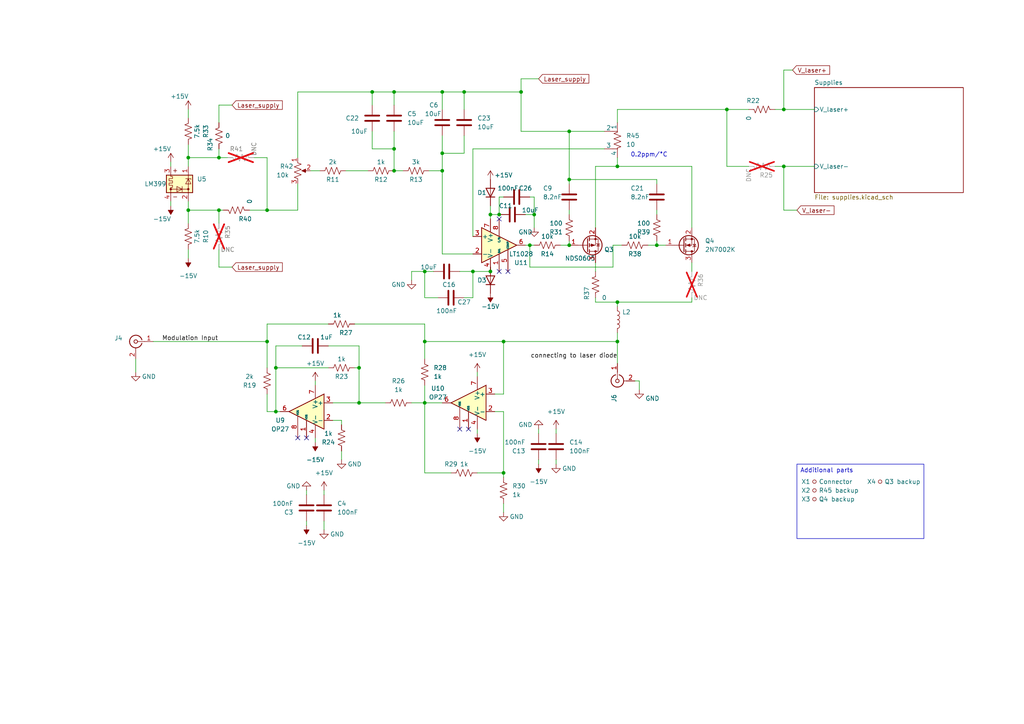
<source format=kicad_sch>
(kicad_sch (version 20230121) (generator eeschema)
  (paper "A4")
  (lib_symbols
    (symbol "Amplifier_Operational:LT1012" (pin_names (offset 0.127))
      (property "Reference" "U" (at 1.27 6.35 0))
      (property "Value" "LT1012" (at 1.27 3.81 0))
      (symbol "LT1012_0_1"
        (polyline (pts (xy -5.08 5.08) (xy 5.08 0) (xy -5.08 -5.08) (xy -5.08 5.08)) (stroke (width 0.254)) (fill (type background)))
      )
      (symbol "LT1012_1_1"
        (pin input line (at 0 -7.62 90) (length 5.08) (name "BAL") (number "1"))
        (pin input line (at -7.62 -2.54 0) (length 2.54) (name "-") (number "2"))
        (pin input line (at -7.62 2.54 0) (length 2.54) (name "+") (number "3"))
        (pin power_in line (at -2.54 -7.62 90) (length 3.81) (name "V-") (number "4"))
        (pin input line (at 2.54 -7.62 90) (length 6.35) (name "COMP") (number "5"))
        (pin output line (at 7.62 0 180) (length 2.54) (name "~") (number "6"))
        (pin power_in line (at -2.54 7.62 270) (length 3.81) (name "V+") (number "7"))
        (pin input line (at 0 7.62 270) (length 5.08) (name "C/B") (number "8"))
      )
    )
    (symbol "Amplifier_Operational:OP77" (pin_names (offset 0.127))
      (property "Reference" "U" (at 1.27 6.35 0))
      (property "Value" "OP77" (at 1.27 3.81 0))
      (symbol "OP77_0_1"
        (polyline (pts (xy -5.08 5.08) (xy 5.08 0) (xy -5.08 -5.08) (xy -5.08 5.08)) (stroke (width 0.254)) (fill (type background)))
      )
      (symbol "OP77_1_1"
        (pin input line (at 0 -7.62 90) (length 5.08) (name "VOS") (number "1"))
        (pin input line (at -7.62 -2.54 0) (length 2.54) (name "-") (number "2"))
        (pin input line (at -7.62 2.54 0) (length 2.54) (name "+") (number "3"))
        (pin power_in line (at -2.54 -7.62 90) (length 3.81) (name "V-") (number "4"))
        (pin no_connect line (at 0 2.54 270) (length 2.54) hide (name "NC") (number "5"))
        (pin output line (at 7.62 0 180) (length 2.54) (name "~") (number "6"))
        (pin power_in line (at -2.54 7.62 270) (length 3.81) (name "V+") (number "7"))
        (pin input line (at 2.54 -7.62 90) (length 6.35) (name "VOS") (number "8"))
      )
    )
    (symbol "Connector:Conn_Coaxial" (pin_names (offset 1.016) hide)
      (property "Reference" "J" (at 0.254 3.048 0))
      (property "Value" "Conn_Coaxial" (at 2.921 0 90))
      (symbol "Conn_Coaxial_0_1"
        (arc (start -1.778 -0.508) (mid 0.2311 -1.8066) (end 1.778 0) (stroke (width 0.254)))
        (polyline (pts (xy -2.54 0) (xy -0.508 0)))
        (polyline (pts (xy 0 -2.54) (xy 0 -1.778)))
        (circle (center 0 0) (radius 0.508) (stroke (width 0.2032)))
        (arc (start 1.778 0) (mid 0.2099 1.8101) (end -1.778 0.508) (stroke (width 0.254)))
      )
      (symbol "Conn_Coaxial_1_1"
        (pin passive line (at -5.08 0 0) (length 2.54) (name "In") (number "1"))
        (pin passive line (at 0 -5.08 90) (length 2.54) (name "Ext") (number "2"))
      )
    )
    (symbol "Connector:TestPoint_Small" (pin_numbers hide) (pin_names (offset 0.762) hide)
      (property "Reference" "TP" (at 0 3.81 0))
      (property "Value" "TestPoint_Small" (at 0 2.032 0))
      (symbol "TestPoint_Small_0_1"
        (circle (center 0 0) (radius 0.508))
      )
      (symbol "TestPoint_Small_1_1"
        (pin passive line (at 0 0 90) (length 0) (name "1") (number "1"))
      )
    )
    (symbol "Device:C" (pin_numbers hide) (pin_names (offset 0.254))
      (property "Reference" "C" (at 0.635 2.54 0))
      (property "Value" "C" (at 0.635 -2.54 0))
      (symbol "C_0_1"
        (polyline (pts (xy -2.032 -0.762) (xy 2.032 -0.762)) (stroke (width 0.508)))
        (polyline (pts (xy -2.032 0.762) (xy 2.032 0.762)) (stroke (width 0.508)))
      )
      (symbol "C_1_1"
        (pin passive line (at 0 3.81 270) (length 2.794) (name "~") (number "1"))
        (pin passive line (at 0 -3.81 90) (length 2.794) (name "~") (number "2"))
      )
    )
    (symbol "Device:L" (pin_numbers hide) (pin_names (offset 1.016) hide)
      (property "Reference" "L" (at -1.27 0 90))
      (property "Value" "L" (at 1.905 0 90))
      (symbol "L_0_1"
        (arc (start 0 -2.54) (mid 0.6323 -1.905) (end 0 -1.27))
        (arc (start 0 -1.27) (mid 0.6323 -0.635) (end 0 0))
        (arc (start 0 0) (mid 0.6323 0.635) (end 0 1.27))
        (arc (start 0 1.27) (mid 0.6323 1.905) (end 0 2.54))
      )
      (symbol "L_1_1"
        (pin passive line (at 0 3.81 270) (length 1.27) (name "1") (number "1"))
        (pin passive line (at 0 -3.81 90) (length 1.27) (name "2") (number "2"))
      )
    )
    (symbol "Device:Q_NMOS_GSD" (pin_names (offset 0) hide)
      (property "Reference" "Q" (at 5.08 1.27 0))
      (property "Value" "Q_NMOS_GSD" (at 5.08 -1.27 0))
      (symbol "Q_NMOS_GSD_0_1"
        (polyline (pts (xy 0.254 0) (xy -2.54 0)))
        (polyline (pts (xy 0.254 1.905) (xy 0.254 -1.905)) (stroke (width 0.254)))
        (polyline (pts (xy 0.762 -1.27) (xy 0.762 -2.286)) (stroke (width 0.254)))
        (polyline (pts (xy 0.762 0.508) (xy 0.762 -0.508)) (stroke (width 0.254)))
        (polyline (pts (xy 0.762 2.286) (xy 0.762 1.27)) (stroke (width 0.254)))
        (polyline (pts (xy 2.54 2.54) (xy 2.54 1.778)))
        (polyline (pts (xy 2.54 -2.54) (xy 2.54 0) (xy 0.762 0)))
        (polyline (pts (xy 0.762 -1.778) (xy 3.302 -1.778) (xy 3.302 1.778) (xy 0.762 1.778)))
        (polyline (pts (xy 1.016 0) (xy 2.032 0.381) (xy 2.032 -0.381) (xy 1.016 0)) (fill (type outline)))
        (polyline (pts (xy 2.794 0.508) (xy 2.921 0.381) (xy 3.683 0.381) (xy 3.81 0.254)))
        (polyline (pts (xy 3.302 0.381) (xy 2.921 -0.254) (xy 3.683 -0.254) (xy 3.302 0.381)))
        (circle (center 1.651 0) (radius 2.794) (stroke (width 0.254)))
        (circle (center 2.54 -1.778) (radius 0.254) (fill (type outline)))
        (circle (center 2.54 1.778) (radius 0.254) (fill (type outline)))
      )
      (symbol "Q_NMOS_GSD_1_1"
        (pin input line (at -5.08 0 0) (length 2.54) (name "G") (number "1"))
        (pin passive line (at 2.54 -5.08 90) (length 2.54) (name "S") (number "2"))
        (pin passive line (at 2.54 5.08 270) (length 2.54) (name "D") (number "3"))
      )
    )
    (symbol "Device:Q_PMOS_GSD" (pin_names (offset 0) hide)
      (property "Reference" "Q" (at 5.08 1.27 0))
      (property "Value" "Q_PMOS_GSD" (at 5.08 -1.27 0))
      (symbol "Q_PMOS_GSD_0_1"
        (polyline (pts (xy 0.254 0) (xy -2.54 0)))
        (polyline (pts (xy 0.254 1.905) (xy 0.254 -1.905)) (stroke (width 0.254)))
        (polyline (pts (xy 0.762 -1.27) (xy 0.762 -2.286)) (stroke (width 0.254)))
        (polyline (pts (xy 0.762 0.508) (xy 0.762 -0.508)) (stroke (width 0.254)))
        (polyline (pts (xy 0.762 2.286) (xy 0.762 1.27)) (stroke (width 0.254)))
        (polyline (pts (xy 2.54 2.54) (xy 2.54 1.778)))
        (polyline (pts (xy 2.54 -2.54) (xy 2.54 0) (xy 0.762 0)))
        (polyline (pts (xy 0.762 1.778) (xy 3.302 1.778) (xy 3.302 -1.778) (xy 0.762 -1.778)))
        (polyline (pts (xy 2.286 0) (xy 1.27 0.381) (xy 1.27 -0.381) (xy 2.286 0)) (fill (type outline)))
        (polyline (pts (xy 2.794 -0.508) (xy 2.921 -0.381) (xy 3.683 -0.381) (xy 3.81 -0.254)))
        (polyline (pts (xy 3.302 -0.381) (xy 2.921 0.254) (xy 3.683 0.254) (xy 3.302 -0.381)))
        (circle (center 1.651 0) (radius 2.794) (stroke (width 0.254)))
        (circle (center 2.54 -1.778) (radius 0.254) (fill (type outline)))
        (circle (center 2.54 1.778) (radius 0.254) (fill (type outline)))
      )
      (symbol "Q_PMOS_GSD_1_1"
        (pin input line (at -5.08 0 0) (length 2.54) (name "G") (number "1"))
        (pin passive line (at 2.54 -5.08 90) (length 2.54) (name "S") (number "2"))
        (pin passive line (at 2.54 5.08 270) (length 2.54) (name "D") (number "3"))
      )
    )
    (symbol "Device:R_Potentiometer_US" (pin_names (offset 1.016) hide)
      (property "Reference" "RV" (at -4.445 0 90))
      (property "Value" "R_Potentiometer_US" (at -2.54 0 90))
      (symbol "R_Potentiometer_US_0_1"
        (polyline (pts (xy 0 -2.286) (xy 0 -2.54)))
        (polyline (pts (xy 0 2.54) (xy 0 2.286)))
        (polyline (pts (xy 2.54 0) (xy 1.524 0)))
        (polyline (pts (xy 1.143 0) (xy 2.286 0.508) (xy 2.286 -0.508) (xy 1.143 0)) (fill (type outline)))
        (polyline (pts (xy 0 -0.762) (xy 1.016 -1.143) (xy 0 -1.524) (xy -1.016 -1.905) (xy 0 -2.286)))
        (polyline (pts (xy 0 0.762) (xy 1.016 0.381) (xy 0 0) (xy -1.016 -0.381) (xy 0 -0.762)))
        (polyline (pts (xy 0 2.286) (xy 1.016 1.905) (xy 0 1.524) (xy -1.016 1.143) (xy 0 0.762)))
      )
      (symbol "R_Potentiometer_US_1_1"
        (pin passive line (at 0 3.81 270) (length 1.27) (name "1") (number "1"))
        (pin passive line (at 3.81 0 180) (length 1.27) (name "2") (number "2"))
        (pin passive line (at 0 -3.81 90) (length 1.27) (name "3") (number "3"))
      )
    )
    (symbol "Device:R_Shunt_US" (pin_numbers hide) (pin_names (offset 0))
      (property "Reference" "R" (at -5.08 0 90))
      (property "Value" "R_Shunt_US" (at -3.048 0 90))
      (symbol "R_Shunt_US_1_1"
        (polyline (pts (xy 0 -2.54) (xy 1.27 -2.54)))
        (polyline (pts (xy 0 -2.286) (xy 0 -2.54)))
        (polyline (pts (xy 0 2.286) (xy 0 2.54)))
        (polyline (pts (xy 1.27 2.54) (xy 0 2.54)))
        (polyline (pts (xy 0 -0.762) (xy 1.016 -1.143) (xy 0 -1.524) (xy -1.016 -1.905) (xy 0 -2.286)))
        (polyline (pts (xy 0 0.762) (xy 1.016 0.381) (xy 0 0) (xy -1.016 -0.381) (xy 0 -0.762)))
        (polyline (pts (xy 0 2.286) (xy 1.016 1.905) (xy 0 1.524) (xy -1.016 1.143) (xy 0 0.762)))
        (pin passive line (at 0 5.08 270) (length 2.54) (name "1") (number "1"))
        (pin passive line (at 3.81 2.54 180) (length 2.54) (name "2") (number "2"))
        (pin passive line (at 3.81 -2.54 180) (length 2.54) (name "3") (number "3"))
        (pin passive line (at 0 -5.08 90) (length 2.54) (name "4") (number "4"))
      )
    )
    (symbol "Device:R_US" (pin_numbers hide) (pin_names (offset 0))
      (property "Reference" "R" (at 2.54 0 90))
      (property "Value" "R_US" (at -2.54 0 90))
      (symbol "R_US_0_1"
        (polyline (pts (xy 0 -2.286) (xy 0 -2.54)))
        (polyline (pts (xy 0 2.286) (xy 0 2.54)))
        (polyline (pts (xy 0 -0.762) (xy 1.016 -1.143) (xy 0 -1.524) (xy -1.016 -1.905) (xy 0 -2.286)))
        (polyline (pts (xy 0 0.762) (xy 1.016 0.381) (xy 0 0) (xy -1.016 -0.381) (xy 0 -0.762)))
        (polyline (pts (xy 0 2.286) (xy 1.016 1.905) (xy 0 1.524) (xy -1.016 1.143) (xy 0 0.762)))
      )
      (symbol "R_US_1_1"
        (pin passive line (at 0 3.81 270) (length 1.27) (name "~") (number "1"))
        (pin passive line (at 0 -3.81 90) (length 1.27) (name "~") (number "2"))
      )
    )
    (symbol "Diode:1N914WT" (pin_numbers hide) (pin_names hide)
      (property "Reference" "D" (at 0 2.54 0))
      (property "Value" "1N914WT" (at 0 -2.54 0))
      (symbol "1N914WT_0_1"
        (polyline (pts (xy -1.27 1.27) (xy -1.27 -1.27)) (stroke (width 0.254)))
        (polyline (pts (xy 1.27 0) (xy -1.27 0)))
        (polyline (pts (xy 1.27 1.27) (xy 1.27 -1.27) (xy -1.27 0) (xy 1.27 1.27)) (stroke (width 0.254)))
      )
      (symbol "1N914WT_1_1"
        (pin passive line (at -3.81 0 0) (length 2.54) (name "K") (number "1"))
        (pin passive line (at 3.81 0 180) (length 2.54) (name "A") (number "2"))
      )
    )
    (symbol "Reference_Voltage:LM399" (pin_names (offset 1.016) hide)
      (property "Reference" "U" (at 3.81 1.27 0))
      (property "Value" "LM399" (at 3.81 -1.27 0))
      (symbol "LM399_0_0"
        (text "+" (at -1.27 3.937 0) (effects (font (size 1.27 1.27))))
      )
      (symbol "LM399_0_1"
        (rectangle (start -3.81 2.54) (end 3.81 -2.54) (stroke (width 0.254)) (fill (type background)))
        (circle (center -2.54 -1.524) (radius 0.254) (fill (type outline)))
        (polyline (pts (xy -2.54 -2.54) (xy -2.54 -1.016) (xy -2.032 -1.016) (xy -2.032 -0.381) (xy -3.048 -0.381) (xy -3.048 0.254) (xy -2.032 0.254) (xy -2.032 0.889) (xy -3.048 0.889) (xy -3.048 1.524) (xy -2.032 1.524) (xy -2.032 2.159) (xy -2.54 2.159) (xy -2.54 2.54)))
        (circle (center 2.54 -1.524) (radius 0.254) (fill (type outline)))
      )
      (symbol "LM399_1_1"
        (polyline (pts (xy 2.54 -1.524) (xy -2.54 -1.524)))
        (polyline (pts (xy 2.54 2.54) (xy 2.54 -2.54)))
        (polyline (pts (xy 0.762 -0.762) (xy 0.762 -1.524) (xy 0.762 -2.286)))
        (polyline (pts (xy 1.778 1.524) (xy 3.302 1.524) (xy 3.302 1.27)))
        (polyline (pts (xy -0.762 -0.762) (xy -0.762 -2.286) (xy 0.762 -1.524) (xy -0.762 -0.762)))
        (polyline (pts (xy 1.778 0) (xy 3.302 0) (xy 2.54 1.524) (xy 1.778 0)))
        (text "-" (at -1.27 -3.683 0) (effects (font (size 1.27 1.27))))
        (pin passive line (at 2.54 5.08 270) (length 2.54) (name "~") (number "1"))
        (pin passive line (at 2.54 -5.08 90) (length 2.54) (name "~") (number "2"))
        (pin power_in line (at -2.54 5.08 270) (length 2.54) (name "~") (number "3"))
        (pin power_in line (at -2.54 -5.08 90) (length 2.54) (name "~") (number "4"))
      )
    )
    (symbol "power:+15V" (power) (pin_names (offset 0))
      (property "Value" "+15V" (at 0 3.556 0))
      (symbol "+15V_0_1"
        (polyline (pts (xy -0.762 1.27) (xy 0 2.54)))
        (polyline (pts (xy 0 0) (xy 0 2.54)))
        (polyline (pts (xy 0 2.54) (xy 0.762 1.27)))
      )
      (symbol "+15V_1_1"
        (pin power_in line (at 0 0 90) (length 0) hide (name "+15V") (number "1"))
      )
    )
    (symbol "power:-15V" (power) (pin_names (offset 0))
      (property "Value" "-15V" (at 0 3.81 0))
      (symbol "-15V_0_0"
        (pin power_in line (at 0 0 90) (length 0) hide (name "-15V") (number "1"))
      )
      (symbol "-15V_0_1"
        (polyline (pts (xy 0 0) (xy 0 1.27) (xy 0.762 1.27) (xy 0 2.54) (xy -0.762 1.27) (xy 0 1.27)) (fill (type outline)))
      )
    )
    (symbol "power:GND" (power) (pin_names (offset 0))
      (property "Value" "GND" (at 0 -3.81 0))
      (symbol "GND_0_1"
        (polyline (pts (xy 0 0) (xy 0 -1.27) (xy 1.27 -1.27) (xy 0 -2.54) (xy -1.27 -1.27) (xy 0 -1.27)))
      )
      (symbol "GND_1_1"
        (pin power_in line (at 0 0 270) (length 0) hide (name "GND") (number "1"))
      )
    )
  )
  (junction (at 63.5 45.72))
  (junction (at 123.19 78.74))
  (junction (at 179.07 87.63))
  (junction (at 142.24 62.23))
  (junction (at 190.5 71.12))
  (junction (at 146.05 137.16))
  (junction (at 54.61 45.72))
  (junction (at 151.13 26.67))
  (junction (at 54.61 60.96))
  (junction (at 104.14 106.68))
  (junction (at 165.1 71.12))
  (junction (at 104.14 116.84))
  (junction (at 227.33 48.26))
  (junction (at 179.07 48.26))
  (junction (at 137.16 78.74))
  (junction (at 107.95 26.67))
  (junction (at 146.05 99.06))
  (junction (at 179.07 99.06))
  (junction (at 154.94 62.23))
  (junction (at 114.3 49.53))
  (junction (at 128.27 44.45))
  (junction (at 165.1 52.07))
  (junction (at 153.67 71.12))
  (junction (at 134.62 26.67))
  (junction (at 128.27 26.67))
  (junction (at 128.27 49.53))
  (junction (at 227.33 31.75))
  (junction (at 210.82 31.75))
  (junction (at 80.01 106.68))
  (junction (at 63.5 60.96))
  (junction (at 123.19 116.84))
  (junction (at 165.1 38.1))
  (junction (at 80.01 119.38))
  (junction (at 114.3 26.67))
  (junction (at 77.47 60.96))
  (junction (at 77.47 99.06))
  (junction (at 114.3 43.18))
  (junction (at 142.24 78.74))
  (junction (at 144.78 62.23))
  (junction (at 123.19 99.06))
  (no_connect (at 135.89 124.46))
  (no_connect (at 147.32 78.74))
  (no_connect (at 144.78 63.5))
  (no_connect (at 86.36 127))
  (no_connect (at 144.78 78.74))
  (no_connect (at 88.9 127))
  (no_connect (at 133.35 124.46))
  (wire (pts (xy 80.01 106.68) (xy 95.25 106.68)))
  (wire (pts (xy 165.1 52.07) (xy 165.1 53.34)))
  (wire (pts (xy 143.51 119.38) (xy 146.05 119.38)))
  (wire (pts (xy 86.36 26.67) (xy 107.95 26.67)))
  (wire (pts (xy 123.19 116.84) (xy 128.27 116.84)))
  (wire (pts (xy 91.44 127) (xy 91.44 128.27)))
  (wire (pts (xy 179.07 87.63) (xy 200.66 87.63)))
  (wire (pts (xy 96.52 121.92) (xy 99.06 121.92)))
  (wire (pts (xy 133.35 78.74) (xy 137.16 78.74)))
  (wire (pts (xy 151.13 38.1) (xy 165.1 38.1)))
  (wire (pts (xy 128.27 44.45) (xy 128.27 39.37)))
  (wire (pts (xy 177.8 77.47) (xy 153.67 77.47)))
  (wire (pts (xy 179.07 96.52) (xy 179.07 99.06)))
  (wire (pts (xy 224.79 31.75) (xy 227.33 31.75)))
  (wire (pts (xy 179.07 87.63) (xy 179.07 88.9)))
  (wire (pts (xy 114.3 38.1) (xy 114.3 43.18)))
  (wire (pts (xy 161.29 134.62) (xy 161.29 133.35)))
  (wire (pts (xy 128.27 44.45) (xy 128.27 49.53)))
  (wire (pts (xy 210.82 48.26) (xy 217.17 48.26)))
  (wire (pts (xy 146.05 99.06) (xy 146.05 114.3)))
  (wire (pts (xy 54.61 45.72) (xy 63.5 45.72)))
  (wire (pts (xy 77.47 93.98) (xy 77.47 99.06)))
  (wire (pts (xy 190.5 71.12) (xy 193.04 71.12)))
  (wire (pts (xy 137.16 78.74) (xy 142.24 78.74)))
  (wire (pts (xy 162.56 71.12) (xy 165.1 71.12)))
  (wire (pts (xy 179.07 45.72) (xy 179.07 48.26)))
  (wire (pts (xy 210.82 31.75) (xy 210.82 48.26)))
  (wire (pts (xy 63.5 72.39) (xy 63.5 77.47)))
  (wire (pts (xy 54.61 60.96) (xy 54.61 64.77)))
  (wire (pts (xy 104.14 106.68) (xy 104.14 116.84)))
  (wire (pts (xy 86.36 53.34) (xy 86.36 60.96)))
  (wire (pts (xy 123.19 116.84) (xy 123.19 137.16)))
  (wire (pts (xy 138.43 107.95) (xy 138.43 109.22)))
  (wire (pts (xy 227.33 48.26) (xy 236.22 48.26)))
  (wire (pts (xy 146.05 99.06) (xy 123.19 99.06)))
  (wire (pts (xy 49.53 58.42) (xy 49.53 59.69)))
  (wire (pts (xy 91.44 110.49) (xy 91.44 111.76)))
  (wire (pts (xy 67.31 77.47) (xy 63.5 77.47)))
  (wire (pts (xy 187.96 71.12) (xy 190.5 71.12)))
  (wire (pts (xy 144.78 57.15) (xy 144.78 62.23)))
  (wire (pts (xy 102.87 106.68) (xy 104.14 106.68)))
  (wire (pts (xy 227.33 20.32) (xy 227.33 31.75)))
  (wire (pts (xy 49.53 46.99) (xy 49.53 48.26)))
  (wire (pts (xy 179.07 31.75) (xy 210.82 31.75)))
  (wire (pts (xy 128.27 49.53) (xy 128.27 73.66)))
  (wire (pts (xy 114.3 43.18) (xy 114.3 49.53)))
  (wire (pts (xy 229.87 20.32) (xy 227.33 20.32)))
  (wire (pts (xy 151.13 22.86) (xy 156.21 22.86)))
  (wire (pts (xy 77.47 119.38) (xy 77.47 114.3)))
  (wire (pts (xy 128.27 26.67) (xy 134.62 26.67)))
  (wire (pts (xy 137.16 86.36) (xy 137.16 78.74)))
  (wire (pts (xy 123.19 78.74) (xy 119.38 78.74)))
  (wire (pts (xy 128.27 49.53) (xy 124.46 49.53)))
  (wire (pts (xy 200.66 66.04) (xy 200.66 48.26)))
  (wire (pts (xy 87.63 100.33) (xy 80.01 100.33)))
  (wire (pts (xy 137.16 43.18) (xy 137.16 68.58)))
  (wire (pts (xy 179.07 31.75) (xy 179.07 35.56)))
  (wire (pts (xy 54.61 41.91) (xy 54.61 45.72)))
  (wire (pts (xy 161.29 124.46) (xy 161.29 125.73)))
  (wire (pts (xy 123.19 99.06) (xy 123.19 104.14)))
  (wire (pts (xy 190.5 53.34) (xy 190.5 52.07)))
  (wire (pts (xy 224.79 48.26) (xy 227.33 48.26)))
  (wire (pts (xy 107.95 38.1) (xy 107.95 43.18)))
  (wire (pts (xy 154.94 62.23) (xy 152.4 62.23)))
  (wire (pts (xy 125.73 78.74) (xy 123.19 78.74)))
  (wire (pts (xy 80.01 119.38) (xy 77.47 119.38)))
  (wire (pts (xy 80.01 100.33) (xy 80.01 106.68)))
  (wire (pts (xy 63.5 64.77) (xy 63.5 60.96)))
  (wire (pts (xy 63.5 45.72) (xy 63.5 43.18)))
  (wire (pts (xy 88.9 151.13) (xy 88.9 152.4)))
  (wire (pts (xy 130.81 137.16) (xy 123.19 137.16)))
  (wire (pts (xy 156.21 133.35) (xy 156.21 134.62)))
  (wire (pts (xy 152.4 71.12) (xy 153.67 71.12)))
  (wire (pts (xy 107.95 43.18) (xy 114.3 43.18)))
  (wire (pts (xy 119.38 116.84) (xy 123.19 116.84)))
  (wire (pts (xy 200.66 87.63) (xy 200.66 86.36)))
  (wire (pts (xy 177.8 71.12) (xy 177.8 77.47)))
  (wire (pts (xy 88.9 142.24) (xy 88.9 143.51)))
  (wire (pts (xy 146.05 114.3) (xy 143.51 114.3)))
  (wire (pts (xy 146.05 119.38) (xy 146.05 137.16)))
  (wire (pts (xy 151.13 22.86) (xy 151.13 26.67)))
  (wire (pts (xy 54.61 45.72) (xy 54.61 48.26)))
  (wire (pts (xy 190.5 71.12) (xy 190.5 69.85)))
  (wire (pts (xy 165.1 38.1) (xy 165.1 52.07)))
  (wire (pts (xy 99.06 121.92) (xy 99.06 123.19)))
  (wire (pts (xy 123.19 86.36) (xy 123.19 78.74)))
  (wire (pts (xy 153.67 57.15) (xy 154.94 57.15)))
  (wire (pts (xy 54.61 74.93) (xy 54.61 72.39)))
  (wire (pts (xy 227.33 60.96) (xy 227.33 48.26)))
  (wire (pts (xy 146.05 137.16) (xy 138.43 137.16)))
  (wire (pts (xy 86.36 26.67) (xy 86.36 45.72)))
  (wire (pts (xy 172.72 87.63) (xy 179.07 87.63)))
  (wire (pts (xy 146.05 137.16) (xy 146.05 138.43)))
  (wire (pts (xy 114.3 49.53) (xy 116.84 49.53)))
  (wire (pts (xy 142.24 62.23) (xy 142.24 63.5)))
  (wire (pts (xy 128.27 73.66) (xy 137.16 73.66)))
  (wire (pts (xy 165.1 60.96) (xy 165.1 62.23)))
  (wire (pts (xy 77.47 45.72) (xy 77.47 60.96)))
  (wire (pts (xy 210.82 31.75) (xy 217.17 31.75)))
  (wire (pts (xy 107.95 26.67) (xy 107.95 30.48)))
  (wire (pts (xy 146.05 57.15) (xy 144.78 57.15)))
  (wire (pts (xy 142.24 62.23) (xy 144.78 62.23)))
  (wire (pts (xy 95.25 93.98) (xy 77.47 93.98)))
  (wire (pts (xy 179.07 48.26) (xy 172.72 48.26)))
  (wire (pts (xy 119.38 78.74) (xy 119.38 81.28)))
  (wire (pts (xy 146.05 99.06) (xy 179.07 99.06)))
  (wire (pts (xy 77.47 99.06) (xy 77.47 106.68)))
  (wire (pts (xy 123.19 93.98) (xy 123.19 99.06)))
  (wire (pts (xy 165.1 69.85) (xy 165.1 71.12)))
  (wire (pts (xy 86.36 60.96) (xy 77.47 60.96)))
  (wire (pts (xy 73.66 45.72) (xy 77.47 45.72)))
  (wire (pts (xy 153.67 71.12) (xy 154.94 71.12)))
  (wire (pts (xy 114.3 26.67) (xy 128.27 26.67)))
  (wire (pts (xy 142.24 59.69) (xy 142.24 62.23)))
  (wire (pts (xy 67.31 30.48) (xy 63.5 30.48)))
  (wire (pts (xy 104.14 116.84) (xy 111.76 116.84)))
  (wire (pts (xy 114.3 26.67) (xy 114.3 30.48)))
  (wire (pts (xy 153.67 77.47) (xy 153.67 71.12)))
  (wire (pts (xy 39.37 104.14) (xy 39.37 107.95)))
  (wire (pts (xy 154.94 62.23) (xy 154.94 66.04)))
  (wire (pts (xy 90.17 49.53) (xy 92.71 49.53)))
  (wire (pts (xy 142.24 77.47) (xy 142.24 78.74)))
  (wire (pts (xy 128.27 44.45) (xy 134.62 44.45)))
  (wire (pts (xy 185.42 110.49) (xy 184.15 110.49)))
  (wire (pts (xy 54.61 31.75) (xy 54.61 34.29)))
  (wire (pts (xy 63.5 60.96) (xy 54.61 60.96)))
  (wire (pts (xy 100.33 49.53) (xy 106.68 49.53)))
  (wire (pts (xy 156.21 124.46) (xy 156.21 125.73)))
  (wire (pts (xy 134.62 86.36) (xy 137.16 86.36)))
  (wire (pts (xy 123.19 111.76) (xy 123.19 116.84)))
  (wire (pts (xy 107.95 26.67) (xy 114.3 26.67)))
  (wire (pts (xy 93.98 153.67) (xy 93.98 151.13)))
  (wire (pts (xy 172.72 86.36) (xy 172.72 87.63)))
  (wire (pts (xy 63.5 45.72) (xy 66.04 45.72)))
  (wire (pts (xy 95.25 100.33) (xy 104.14 100.33)))
  (wire (pts (xy 127 86.36) (xy 123.19 86.36)))
  (wire (pts (xy 99.06 130.81) (xy 99.06 133.35)))
  (wire (pts (xy 200.66 76.2) (xy 200.66 78.74)))
  (wire (pts (xy 102.87 93.98) (xy 123.19 93.98)))
  (wire (pts (xy 54.61 58.42) (xy 54.61 60.96)))
  (wire (pts (xy 63.5 60.96) (xy 64.77 60.96)))
  (wire (pts (xy 96.52 116.84) (xy 104.14 116.84)))
  (wire (pts (xy 81.28 119.38) (xy 80.01 119.38)))
  (wire (pts (xy 172.72 76.2) (xy 172.72 78.74)))
  (wire (pts (xy 154.94 57.15) (xy 154.94 62.23)))
  (wire (pts (xy 128.27 26.67) (xy 128.27 31.75)))
  (wire (pts (xy 200.66 48.26) (xy 179.07 48.26)))
  (wire (pts (xy 44.45 99.06) (xy 77.47 99.06)))
  (wire (pts (xy 77.47 60.96) (xy 72.39 60.96)))
  (wire (pts (xy 138.43 124.46) (xy 138.43 125.73)))
  (wire (pts (xy 146.05 146.05) (xy 146.05 148.59)))
  (wire (pts (xy 227.33 31.75) (xy 236.22 31.75)))
  (wire (pts (xy 172.72 48.26) (xy 172.72 66.04)))
  (wire (pts (xy 185.42 110.49) (xy 185.42 113.03)))
  (wire (pts (xy 190.5 52.07) (xy 165.1 52.07)))
  (wire (pts (xy 134.62 39.37) (xy 134.62 44.45)))
  (wire (pts (xy 137.16 43.18) (xy 175.26 43.18)))
  (wire (pts (xy 231.14 60.96) (xy 227.33 60.96)))
  (wire (pts (xy 80.01 106.68) (xy 80.01 119.38)))
  (wire (pts (xy 190.5 60.96) (xy 190.5 62.23)))
  (wire (pts (xy 165.1 38.1) (xy 175.26 38.1)))
  (wire (pts (xy 104.14 100.33) (xy 104.14 106.68)))
  (wire (pts (xy 134.62 26.67) (xy 151.13 26.67)))
  (wire (pts (xy 63.5 30.48) (xy 63.5 35.56)))
  (wire (pts (xy 134.62 26.67) (xy 134.62 31.75)))
  (wire (pts (xy 179.07 99.06) (xy 179.07 105.41)))
  (wire (pts (xy 180.34 71.12) (xy 177.8 71.12)))
  (wire (pts (xy 151.13 26.67) (xy 151.13 38.1)))
  (wire (pts (xy 93.98 143.51) (xy 93.98 142.24)))
  (text_box "Additional parts" (at 231.14 134.62 0) (size 36.83 21.59) (effects (font (size 1.27 1.27)) (justify left top)))
  (text "0.2ppm/°C" (at 182.88 45.72 0) (effects (font (size 1.27 1.27)) (justify left bottom)))
  (label "connecting to laser diode" (at 179.07 104.14 180))
  (label "Modulation Input" (at 46.99 99.06 0))
  (global_label "Laser_supply" (shape input) (at 67.31 77.47 0) (property "Intersheetrefs" "${INTERSHEET_REFS}" (effects hide)))
  (global_label "V_laser-" (shape input) (at 231.14 60.96 0) (property "Intersheetrefs" "${INTERSHEET_REFS}" (effects hide)))
  (global_label "V_laser+" (shape input) (at 229.87 20.32 0) (property "Intersheetrefs" "${INTERSHEET_REFS}" (effects hide)))
  (global_label "Laser_supply" (shape input) (at 67.31 30.48 0) (property "Intersheetrefs" "${INTERSHEET_REFS}" (effects hide)))
  (global_label "Laser_supply" (shape input) (at 156.21 22.86 0) (property "Intersheetrefs" "${INTERSHEET_REFS}" (effects hide)))
  (symbol (lib_id "Device:C") (at 130.81 86.36 90) (unit 1)
    (property "Reference" "C27" (at 134.62 87.63 90))
    (property "Value" "100nF" (at 129.54 90.17 90))
    (property "Footprint" "Capacitor_SMD:C_0603_1608Metric" (effects hide))
    (property "DIGIKEY" "1276-1935-1-ND" (effects hide))
    (property "MPN" "CL10B104KB8NNWC" (effects hide))
  )
  (symbol (lib_id "power:+15V") (at 54.61 31.75 0) (unit 1)
    (property "Reference" "#PWR042" (effects hide))
    (property "Value" "+15V" (at 52.07 27.94 0))
  )
  (symbol (lib_id "Connector:TestPoint_Small") (at 236.22 139.7 0) (unit 1) (on_board no)
    (property "Reference" "X1" (at 232.41 139.7 0) (effects (justify left)))
    (property "Value" "Connector" (at 237.49 139.7 0) (effects (justify left)))
    (property "DIGIKEY" "277-1707-ND" (effects hide))
    (property "MPN" "1984028" (effects hide))
  )
  (symbol (lib_id "Connector:TestPoint_Small") (at 236.22 144.78 0) (unit 1) (on_board no)
    (property "Reference" "X3" (at 232.41 144.78 0) (effects (justify left)))
    (property "Value" "Q4 backup" (at 237.49 144.78 0) (effects (justify left)))
    (property "Footprint" "Package_TO_SOT_SMD:SOT-23-3" (effects hide))
    (property "DIGIKEY" "SSM3K341RLFCT-ND" (effects hide))
    (property "MPN" "SSM3K341R,LF" (effects hide))
  )
  (symbol (lib_id "Device:Q_PMOS_GSD") (at 170.18 71.12 0) (mirror x) (unit 1)
    (property "Reference" "Q3" (at 175.26 72.39 0) (effects (justify left)))
    (property "Value" "NDS0605" (at 163.83 74.93 0) (effects (justify left)))
    (property "Footprint" "Package_TO_SOT_SMD:SOT-23-3" (effects hide))
    (property "DIGIKEY" "NDS0605CT-ND" (effects hide))
    (property "MPN" "NDS0605" (effects hide))
  )
  (symbol (lib_id "Device:C") (at 93.98 147.32 0) (unit 1)
    (property "Reference" "C4" (at 97.79 146.05 0) (effects (justify left)))
    (property "Value" "100nF" (at 97.79 148.59 0) (effects (justify left)))
    (property "Footprint" "Capacitor_SMD:C_0603_1608Metric" (effects hide))
    (property "DIGIKEY" "1276-1935-1-ND" (effects hide))
    (property "MPN" "CL10B104KB8NNWC" (effects hide))
  )
  (symbol (lib_id "Device:R_US") (at 63.5 39.37 0) (mirror y) (unit 1)
    (property "Reference" "R34" (at 60.96 41.91 90))
    (property "Value" "0" (at 66.04 39.37 0))
    (property "Footprint" "Resistor_SMD:R_0805_2012Metric" (effects hide))
    (property "DIGIKEY" "RMCF0805ZT0R00CT-ND" (effects hide))
    (property "MPN" "RMCF0805ZT0R00" (effects hide))
  )
  (symbol (lib_id "Device:R_US") (at 99.06 127 180) (unit 1)
    (property "Reference" "R24" (at 95.25 128.27 0))
    (property "Value" "1k" (at 95.25 125.73 0))
    (property "Footprint" "Resistor_SMD:R_0805_2012Metric" (effects hide))
    (property "DIGIKEY" "P1.0KDACT-ND" (effects hide))
    (property "MPN" "ERA-6AEB102V" (effects hide))
  )
  (symbol (lib_id "Device:C") (at 149.86 57.15 90) (unit 1)
    (property "Reference" "C26" (at 152.4 54.61 90))
    (property "Value" "100nF" (at 147.32 54.61 90))
    (property "Footprint" "Capacitor_SMD:C_0603_1608Metric" (effects hide))
    (property "DIGIKEY" "1276-1935-1-ND" (effects hide))
    (property "MPN" "CL10B104KB8NNWC" (effects hide))
  )
  (symbol (lib_id "Device:C") (at 88.9 147.32 180) (unit 1)
    (property "Reference" "C3" (at 85.09 148.59 0) (effects (justify left)))
    (property "Value" "100nF" (at 85.09 146.05 0) (effects (justify left)))
    (property "Footprint" "Capacitor_SMD:C_0603_1608Metric" (effects hide))
    (property "DIGIKEY" "1276-1935-1-ND" (effects hide))
    (property "MPN" "CL10B104KB8NNWC" (effects hide))
  )
  (symbol (lib_id "power:-15V") (at 49.53 59.69 180) (unit 1)
    (property "Reference" "#PWR015" (effects hide))
    (property "Value" "-15V" (at 46.99 63.5 0))
  )
  (symbol (lib_id "Device:C") (at 148.59 62.23 90) (mirror x) (unit 1)
    (property "Reference" "C11" (at 148.59 59.69 90) (effects (justify left)))
    (property "Value" "10uF" (at 156.21 60.96 90) (effects (justify left)))
    (property "Footprint" "Capacitor_SMD:C_1210_3225Metric" (effects hide))
    (property "DIGIKEY" "311-3470-1-ND" (effects hide))
    (property "MPN" "CC1210ZKY5V9BB106" (effects hide))
  )
  (symbol (lib_id "Amplifier_Operational:LT1012") (at 144.78 71.12 0) (unit 1)
    (property "Reference" "U11" (at 151.13 76.2 0))
    (property "Value" "LT1028" (at 151.13 73.66 0))
    (property "Footprint" "Package_SO:SOIC-8_3.9x4.9mm_P1.27mm" (effects hide))
    (property "Datasheet" "https://www.analog.com/media/en/technical-documentation/data-sheets/lt1012.pdf" (effects hide))
    (property "DIGIKEY" "LT1028CS8#TRPBFCT-ND" (effects hide))
    (property "MPN" "LT1028CS8#TRPBF" (effects hide))
  )
  (symbol (lib_id "power:GND") (at 93.98 153.67 0) (unit 1)
    (property "Reference" "#PWR014" (effects hide))
    (property "Value" "GND" (at 97.79 154.94 0))
  )
  (symbol (lib_id "Device:R_US") (at 190.5 66.04 180) (unit 1)
    (property "Reference" "R39" (at 186.69 67.31 0))
    (property "Value" "100" (at 186.69 64.77 0))
    (property "Footprint" "Resistor_SMD:R_0805_2012Metric" (effects hide))
    (property "DIGIKEY" "RG20P100BCT-ND" (effects hide))
    (property "MPN" "RG2012P-101-B-T5" (effects hide))
  )
  (symbol (lib_id "power:GND") (at 88.9 142.24 180) (unit 1)
    (property "Reference" "#PWR08" (effects hide))
    (property "Value" "GND" (at 85.09 140.97 0))
  )
  (symbol (lib_id "Connector:TestPoint_Small") (at 236.22 142.24 0) (unit 1) (on_board no)
    (property "Reference" "X2" (at 232.41 142.24 0) (effects (justify left)))
    (property "Value" "R45 backup" (at 237.49 142.24 0) (effects (justify left)))
    (property "Footprint" "Package_TO_SOT_THT:TO-220-4_Horizontal_TabDown" (effects hide))
    (property "DIGIKEY" "804-1090-ND" (effects hide))
    (property "MPN" "Y212350R0000B9L" (effects hide))
  )
  (symbol (lib_id "Device:R_Potentiometer_US") (at 86.36 49.53 0) (unit 1)
    (property "Reference" "R42" (at 85.09 48.26 0) (effects (justify right)))
    (property "Value" "10k" (at 83.82 50.8 0) (effects (justify right)))
    (property "Footprint" "accessories_current_controller:Multi_turn_potentiometer" (effects hide))
    (property "DIGIKEY" "987-1541-ND" (effects hide))
    (property "MPN" "8146R10KL.25" (effects hide))
  )
  (symbol (lib_id "Device:C") (at 134.62 35.56 0) (unit 1)
    (property "Reference" "C23" (at 138.43 34.29 0) (effects (justify left)))
    (property "Value" "10uF" (at 138.43 36.83 0) (effects (justify left)))
    (property "Footprint" "Capacitor_SMD:C_0603_1608Metric" (effects hide))
    (property "DIGIKEY" "490-10991-1-ND" (effects hide))
    (property "MPN" "ZRB18AR61E106ME01L" (effects hide))
  )
  (symbol (lib_id "Device:R_US") (at 54.61 38.1 0) (mirror x) (unit 1)
    (property "Reference" "R33" (at 59.69 38.1 90))
    (property "Value" "7.5k" (at 57.15 38.1 90))
    (property "Footprint" "Resistor_SMD:R_0805_2012Metric" (effects hide))
    (property "DIGIKEY" "RNCP0805FTD7K50CT-ND" (effects hide))
    (property "MPN" "RNCP0805FTD7K50" (effects hide))
  )
  (symbol (lib_id "power:-15V") (at 91.44 128.27 0) (mirror x) (unit 1)
    (property "Reference" "#PWR018" (effects hide))
    (property "Value" "-15V" (at 91.44 133.35 0))
  )
  (symbol (lib_id "Device:C") (at 128.27 35.56 0) (unit 1)
    (property "Reference" "C6" (at 124.46 30.48 0) (effects (justify left)))
    (property "Value" "10uF" (at 123.19 33.02 0) (effects (justify left)))
    (property "Footprint" "Capacitor_SMD:C_0603_1608Metric" (effects hide))
    (property "DIGIKEY" "490-10991-1-ND" (effects hide))
    (property "MPN" "ZRB18AR61E106ME01L" (effects hide))
  )
  (symbol (lib_id "Connector:Conn_Coaxial") (at 179.07 110.49 90) (mirror x) (unit 1)
    (property "Reference" "J6" (at 178.0932 114.3 0) (effects (justify left)))
    (property "Value" "Modulation Input" (effects hide))
    (property "Footprint" "Connector_Coaxial:BNC_Amphenol_B6252HB-NPP3G-50_Horizontal" (effects hide))
    (property "Datasheet" " ~" (effects hide))
    (property "DIGIKEY" "A32260-ND" (effects hide))
    (property "MPN" "5227161-7" (effects hide))
  )
  (symbol (lib_id "power:+15V") (at 142.24 52.07 0) (unit 1)
    (property "Reference" "#PWR027" (effects hide))
    (property "Value" "+15V" (at 146.05 50.8 0))
  )
  (symbol (lib_id "Device:R_US") (at 200.66 82.55 0) (mirror y) (unit 1) (in_bom no) (dnp yes)
    (property "Reference" "R36" (at 203.2 81.28 90))
    (property "Value" "DNC" (at 203.2 86.36 0))
    (property "Footprint" "Resistor_SMD:R_0805_2012Metric" (effects hide))
  )
  (symbol (lib_id "Device:R_US") (at 158.75 71.12 90) (unit 1)
    (property "Reference" "R14" (at 158.75 73.66 90))
    (property "Value" "10k" (at 158.75 68.58 90))
    (property "Footprint" "Resistor_SMD:R_0805_2012Metric" (effects hide))
    (property "DIGIKEY" "RG20P10.0KBCT-ND" (effects hide))
    (property "MPN" "RG2012P-103-B-T5" (effects hide))
  )
  (symbol (lib_id "power:-15V") (at 156.21 134.62 0) (mirror x) (unit 1)
    (property "Reference" "#PWR024" (effects hide))
    (property "Value" "-15V" (at 156.21 139.7 0))
  )
  (symbol (lib_id "Device:R_US") (at 123.19 107.95 180) (unit 1)
    (property "Reference" "R28" (at 125.73 106.68 0) (effects (justify right)))
    (property "Value" "1k" (at 125.73 109.22 0) (effects (justify right)))
    (property "Footprint" "Resistor_SMD:R_0805_2012Metric" (effects hide))
    (property "DIGIKEY" "P1.0KDACT-ND" (effects hide))
    (property "MPN" "ERA-6AEB102V" (effects hide))
  )
  (symbol (lib_id "power:+15V") (at 91.44 110.49 0) (unit 1)
    (property "Reference" "#PWR017" (effects hide))
    (property "Value" "+15V" (at 91.44 105.41 0))
  )
  (symbol (lib_id "Device:R_US") (at 63.5 68.58 0) (mirror y) (unit 1) (in_bom no) (dnp yes)
    (property "Reference" "R35" (at 66.04 67.31 90))
    (property "Value" "DNC" (at 66.04 72.39 0))
    (property "Footprint" "Resistor_SMD:R_0805_2012Metric" (effects hide))
  )
  (symbol (lib_id "Device:R_US") (at 77.47 110.49 180) (unit 1)
    (property "Reference" "R19" (at 72.39 111.76 0))
    (property "Value" "2k" (at 72.39 109.22 0))
    (property "Footprint" "Resistor_SMD:R_0805_2012Metric" (effects hide))
    (property "DIGIKEY" "RG20P2.0KBCT-ND" (effects hide))
    (property "MPN" "RG2012P-202-B-T5" (effects hide))
  )
  (symbol (lib_id "Device:C") (at 129.54 78.74 270) (unit 1)
    (property "Reference" "C16" (at 128.27 82.55 90) (effects (justify left)))
    (property "Value" "10uF" (at 121.92 77.47 90) (effects (justify left)))
    (property "Footprint" "Capacitor_SMD:C_1210_3225Metric" (effects hide))
    (property "DIGIKEY" "311-3470-1-ND" (effects hide))
    (property "MPN" "CC1210ZKY5V9BB106" (effects hide))
  )
  (symbol (lib_id "Connector:Conn_Coaxial") (at 39.37 99.06 0) (mirror y) (unit 1)
    (property "Reference" "J4" (at 35.56 98.0832 0) (effects (justify left)))
    (property "Value" "Modulation Input" (effects hide))
    (property "Footprint" "Connector_Coaxial:BNC_Amphenol_B6252HB-NPP3G-50_Horizontal" (effects hide))
    (property "Datasheet" " ~" (effects hide))
    (property "DIGIKEY" "A32260-ND" (effects hide))
    (property "MPN" "5227161-7" (effects hide))
  )
  (symbol (lib_id "Device:R_US") (at 172.72 82.55 0) (mirror y) (unit 1)
    (property "Reference" "R37" (at 170.18 85.09 90))
    (property "Value" "0" (at 175.26 86.36 0))
    (property "Footprint" "Resistor_SMD:R_0805_2012Metric" (effects hide))
    (property "DIGIKEY" "RMCF0805ZT0R00CT-ND" (effects hide))
    (property "MPN" "RMCF0805ZT0R00" (effects hide))
  )
  (symbol (lib_id "Device:C") (at 156.21 129.54 180) (unit 1)
    (property "Reference" "C13" (at 152.4 130.81 0) (effects (justify left)))
    (property "Value" "100nF" (at 152.4 128.27 0) (effects (justify left)))
    (property "Footprint" "Capacitor_SMD:C_0603_1608Metric" (effects hide))
    (property "DIGIKEY" "1276-1935-1-ND" (effects hide))
    (property "MPN" "CL10B104KB8NNWC" (effects hide))
  )
  (symbol (lib_id "power:GND") (at 154.94 66.04 0) (unit 1)
    (property "Reference" "#PWR029" (effects hide))
    (property "Value" "GND" (at 152.4 67.31 0))
  )
  (symbol (lib_id "power:GND") (at 156.21 124.46 180) (unit 1)
    (property "Reference" "#PWR023" (effects hide))
    (property "Value" "GND" (at 152.4 123.19 0))
  )
  (symbol (lib_id "Device:R_Shunt_US") (at 179.07 40.64 0) (mirror y) (unit 1)
    (property "Reference" "R45" (at 181.61 39.37 0) (effects (justify right)))
    (property "Value" "10" (at 181.61 41.91 0) (effects (justify right)))
    (property "Footprint" "accessories_current_controller:10 Ohms VPG Foil Resistors Y160610R0000D9W" (effects hide))
    (property "DIGIKEY" "804-1191-ND" (effects hide))
    (property "MPN" "Y160610R0000D9W" (effects hide))
  )
  (symbol (lib_id "power:GND") (at 39.37 107.95 0) (unit 1)
    (property "Reference" "#PWR044" (effects hide))
    (property "Value" "GND" (at 43.18 109.22 0))
  )
  (symbol (lib_id "power:+15V") (at 93.98 142.24 0) (unit 1)
    (property "Reference" "#PWR013" (effects hide))
    (property "Value" "+15V" (at 93.98 137.16 0))
  )
  (symbol (lib_id "Device:R_US") (at 146.05 142.24 180) (unit 1)
    (property "Reference" "R30" (at 148.59 140.97 0) (effects (justify right)))
    (property "Value" "1k" (at 148.59 143.51 0) (effects (justify right)))
    (property "Footprint" "Resistor_SMD:R_0805_2012Metric" (effects hide))
    (property "DIGIKEY" "P1.0KDACT-ND" (effects hide))
    (property "MPN" "ERA-6AEB102V" (effects hide))
  )
  (symbol (lib_id "Device:R_US") (at 69.85 45.72 90) (mirror x) (unit 1) (in_bom no) (dnp yes)
    (property "Reference" "R41" (at 68.58 43.18 90))
    (property "Value" "DNC" (at 73.66 43.18 0))
    (property "Footprint" "Resistor_SMD:R_0805_2012Metric" (effects hide))
  )
  (symbol (lib_id "Device:R_US") (at 220.98 48.26 270) (mirror x) (unit 1) (in_bom no) (dnp yes)
    (property "Reference" "R25" (at 222.25 50.8 90))
    (property "Value" "DNC" (at 217.17 50.8 0))
    (property "Footprint" "Resistor_SMD:R_0805_2012Metric" (effects hide))
  )
  (symbol (lib_id "power:+15V") (at 49.53 46.99 0) (unit 1)
    (property "Reference" "#PWR07" (effects hide))
    (property "Value" "+15V" (at 46.99 43.18 0))
  )
  (symbol (lib_id "Device:C") (at 161.29 129.54 0) (unit 1)
    (property "Reference" "C14" (at 165.1 128.27 0) (effects (justify left)))
    (property "Value" "100nF" (at 165.1 130.81 0) (effects (justify left)))
    (property "Footprint" "Capacitor_SMD:C_0603_1608Metric" (effects hide))
    (property "DIGIKEY" "1276-1935-1-ND" (effects hide))
    (property "MPN" "CL10B104KB8NNWC" (effects hide))
  )
  (symbol (lib_id "Amplifier_Operational:OP77") (at 88.9 119.38 0) (mirror y) (unit 1)
    (property "Reference" "U9" (at 81.28 121.92 0))
    (property "Value" "OP27" (at 81.28 124.46 0))
    (property "Footprint" "Package_SO:SOIC-8_3.9x4.9mm_P1.27mm" (effects hide))
    (property "Datasheet" "https://www.analog.com/media/en/technical-documentation/data-sheets/op27.pdf" (effects hide))
    (property "DIGIKEY" "OP27GSZ-REELCT-ND" (effects hide))
    (property "MPN" "OP27GSZ-REEL" (effects hide))
  )
  (symbol (lib_id "power:GND") (at 146.05 148.59 0) (unit 1)
    (property "Reference" "#PWR047" (effects hide))
    (property "Value" "GND" (at 149.86 149.86 0))
  )
  (symbol (lib_id "Device:C") (at 91.44 100.33 90) (mirror x) (unit 1)
    (property "Reference" "C12" (at 90.17 97.79 90) (effects (justify left)))
    (property "Value" "1uF" (at 96.52 97.79 90) (effects (justify left)))
    (property "Footprint" "Capacitor_SMD:C_0603_1608Metric" (effects hide))
    (property "DIGIKEY" "311-1445-1-ND" (effects hide))
    (property "MPN" "CC0603KRX5R8BB105" (effects hide))
  )
  (symbol (lib_id "power:GND") (at 161.29 134.62 0) (unit 1)
    (property "Reference" "#PWR026" (effects hide))
    (property "Value" "GND" (at 165.1 135.89 0))
  )
  (symbol (lib_id "Device:R_US") (at 110.49 49.53 90) (unit 1)
    (property "Reference" "R12" (at 110.49 52.07 90))
    (property "Value" "1k" (at 110.49 46.99 90))
    (property "Footprint" "Resistor_SMD:R_0805_2012Metric" (effects hide))
    (property "DIGIKEY" "P1.0KDACT-ND" (effects hide))
    (property "MPN" "ERA-6AEB102V" (effects hide))
  )
  (symbol (lib_id "power:GND") (at 119.38 81.28 0) (mirror y) (unit 1)
    (property "Reference" "#PWR030" (effects hide))
    (property "Value" "GND" (at 115.57 82.55 0))
  )
  (symbol (lib_id "Device:R_US") (at 165.1 66.04 180) (unit 1)
    (property "Reference" "R31" (at 161.29 67.31 0))
    (property "Value" "100" (at 161.29 64.77 0))
    (property "Footprint" "Resistor_SMD:R_0805_2012Metric" (effects hide))
    (property "DIGIKEY" "RG20P100BCT-ND" (effects hide))
    (property "MPN" "RG2012P-101-B-T5" (effects hide))
  )
  (symbol (lib_id "Device:C") (at 107.95 34.29 180) (unit 1)
    (property "Reference" "C22" (at 104.14 34.29 0) (effects (justify left)))
    (property "Value" "10uF" (at 106.68 38.1 0) (effects (justify left)))
    (property "Footprint" "Capacitor_SMD:C_0603_1608Metric" (effects hide))
    (property "DIGIKEY" "490-10991-1-ND" (effects hide))
    (property "MPN" "ZRB18AR61E106ME01L" (effects hide))
  )
  (symbol (lib_id "Device:R_US") (at 99.06 106.68 90) (unit 1)
    (property "Reference" "R23" (at 99.06 109.22 90))
    (property "Value" "1k" (at 99.06 104.14 90))
    (property "Footprint" "Resistor_SMD:R_0805_2012Metric" (effects hide))
    (property "DIGIKEY" "P1.0KDACT-ND" (effects hide))
    (property "MPN" "ERA-6AEB102V" (effects hide))
  )
  (symbol (lib_id "Device:C") (at 165.1 57.15 0) (unit 1)
    (property "Reference" "C9" (at 157.48 54.61 0) (effects (justify left)))
    (property "Value" "8.2nF" (at 157.48 57.15 0) (effects (justify left)))
    (property "Footprint" "Capacitor_SMD:C_0603_1608Metric" (effects hide))
    (property "DIGIKEY" "399-C0603C822K5RAC7867CT-ND" (effects hide))
    (property "MPN" "C0603C822K5RAC7867" (effects hide))
  )
  (symbol (lib_id "Device:R_US") (at 115.57 116.84 90) (unit 1)
    (property "Reference" "R26" (at 115.57 110.49 90))
    (property "Value" "1k" (at 115.57 113.03 90))
    (property "Footprint" "Resistor_SMD:R_0805_2012Metric" (effects hide))
    (property "DIGIKEY" "P1.0KDACT-ND" (effects hide))
    (property "MPN" "ERA-6AEB102V" (effects hide))
  )
  (symbol (lib_id "Device:L") (at 179.07 92.71 0) (unit 1)
    (property "Reference" "L2" (at 180.4496 90.5102 0) (effects (justify left)))
    (property "Value" "100uH" (effects hide))
    (property "Footprint" "accessories_current_controller:Inductor_2220" (effects hide))
    (property "DIGIKEY" "495-5657-1-ND - Cut Tape (CT)" (effects hide))
    (property "MPN" "B82442T1104K050" (effects hide))
  )
  (symbol (lib_id "Device:R_US") (at 68.58 60.96 90) (mirror x) (unit 1)
    (property "Reference" "R40" (at 71.12 63.5 90))
    (property "Value" "0" (at 72.39 58.42 0))
    (property "Footprint" "Resistor_SMD:R_0805_2012Metric" (effects hide))
    (property "DIGIKEY" "RMCF0805ZT0R00CT-ND" (effects hide))
    (property "MPN" "RMCF0805ZT0R00" (effects hide))
  )
  (symbol (lib_id "power:GND") (at 99.06 133.35 0) (unit 1)
    (property "Reference" "#PWR020" (effects hide))
    (property "Value" "GND" (at 102.87 134.62 0))
  )
  (symbol (lib_id "Device:R_US") (at 99.06 93.98 270) (unit 1)
    (property "Reference" "R27" (at 100.33 96.52 90))
    (property "Value" "1k" (at 97.79 91.44 90))
    (property "Footprint" "Resistor_SMD:R_0805_2012Metric" (effects hide))
    (property "DIGIKEY" "P1.0KDACT-ND" (effects hide))
    (property "MPN" "ERA-6AEB102V" (effects hide))
  )
  (symbol (lib_id "Device:C") (at 114.3 34.29 0) (unit 1)
    (property "Reference" "C5" (at 118.11 33.02 0) (effects (justify left)))
    (property "Value" "10uF" (at 118.11 35.56 0) (effects (justify left)))
    (property "Footprint" "Capacitor_SMD:C_0603_1608Metric" (effects hide))
    (property "DIGIKEY" "490-10991-1-ND" (effects hide))
    (property "MPN" "ZRB18AR61E106ME01L" (effects hide))
  )
  (symbol (lib_id "Device:R_US") (at 220.98 31.75 270) (mirror x) (unit 1)
    (property "Reference" "R22" (at 218.44 29.21 90))
    (property "Value" "0" (at 217.17 34.29 0))
    (property "Footprint" "Resistor_SMD:R_0805_2012Metric" (effects hide))
    (property "DIGIKEY" "RMCF0805ZT0R00CT-ND" (effects hide))
    (property "MPN" "RMCF0805ZT0R00" (effects hide))
  )
  (symbol (lib_id "Diode:1N914WT") (at 142.24 81.28 90) (unit 1)
    (property "Reference" "D3" (at 138.43 81.28 90) (effects (justify right)))
    (property "Value" "1N4007" (effects hide))
    (property "Footprint" "Diode_SMD:D_SOD-123F" (effects hide))
    (property "Datasheet" "http://www.mouser.com/ds/2/149/1N4148WT-461550.pdf" (effects hide))
    (property "Sim.Device" "D" (effects hide))
    (property "Sim.Pins" "1=K 2=A" (effects hide))
    (property "DIGIKEY" "1655-1N4007FLCT-ND" (effects hide))
    (property "MPN" "1N4007FL" (effects hide))
  )
  (symbol (lib_id "Device:R_US") (at 54.61 68.58 0) (mirror x) (unit 1)
    (property "Reference" "R10" (at 59.69 68.58 90))
    (property "Value" "7.5k" (at 57.15 68.58 90))
    (property "Footprint" "Resistor_SMD:R_0805_2012Metric" (effects hide))
    (property "DIGIKEY" "RNCP0805FTD7K50CT-ND" (effects hide))
    (property "MPN" "RNCP0805FTD7K50" (effects hide))
  )
  (symbol (lib_id "Device:C") (at 190.5 57.15 0) (unit 1)
    (property "Reference" "C21" (at 182.88 54.61 0) (effects (justify left)))
    (property "Value" "8.2nF" (at 182.88 57.15 0) (effects (justify left)))
    (property "Footprint" "Capacitor_SMD:C_0603_1608Metric" (effects hide))
    (property "DIGIKEY" "399-C0603C822K5RAC7867CT-ND" (effects hide))
    (property "MPN" "C0603C822K5RAC7867" (effects hide))
  )
  (symbol (lib_id "Device:R_US") (at 184.15 71.12 90) (unit 1)
    (property "Reference" "R38" (at 184.15 73.66 90))
    (property "Value" "10k" (at 184.15 68.58 90))
    (property "Footprint" "Resistor_SMD:R_0805_2012Metric" (effects hide))
    (property "DIGIKEY" "RG20P10.0KBCT-ND" (effects hide))
    (property "MPN" "RG2012P-103-B-T5" (effects hide))
  )
  (symbol (lib_id "Device:R_US") (at 120.65 49.53 90) (unit 1)
    (property "Reference" "R13" (at 120.65 52.07 90))
    (property "Value" "3k" (at 120.65 46.99 90))
    (property "Footprint" "Resistor_SMD:R_0805_2012Metric" (effects hide))
    (property "DIGIKEY" "P3.0KDACT-ND" (effects hide))
    (property "MPN" "ERA-6AEB302V" (effects hide))
  )
  (symbol (lib_id "power:GND") (at 185.42 113.03 0) (mirror y) (unit 1)
    (property "Reference" "#PWR011" (effects hide))
    (property "Value" "GND" (at 189.23 115.57 0))
  )
  (symbol (lib_id "Device:R_US") (at 96.52 49.53 90) (unit 1)
    (property "Reference" "R11" (at 96.52 52.07 90))
    (property "Value" "2k" (at 96.52 46.99 90))
    (property "Footprint" "Resistor_SMD:R_0805_2012Metric" (effects hide))
    (property "DIGIKEY" "RG20P2.0KBCT-ND" (effects hide))
    (property "MPN" "RG2012P-202-B-T5" (effects hide))
  )
  (symbol (lib_id "Amplifier_Operational:OP77") (at 135.89 116.84 0) (mirror y) (unit 1)
    (property "Reference" "U10" (at 127 112.6491 0))
    (property "Value" "OP27" (at 127 115.1891 0))
    (property "Footprint" "Package_SO:SOIC-8_3.9x4.9mm_P1.27mm" (effects hide))
    (property "Datasheet" "https://www.analog.com/media/en/technical-documentation/data-sheets/op27.pdf" (effects hide))
    (property "DIGIKEY" "OP27GSZ-REELCT-ND" (effects hide))
    (property "MPN" "OP27GSZ-REEL" (effects hide))
  )
  (symbol (lib_id "power:+15V") (at 161.29 124.46 0) (unit 1)
    (property "Reference" "#PWR025" (effects hide))
    (property "Value" "+15V" (at 161.29 119.38 0))
  )
  (symbol (lib_id "Connector:TestPoint_Small") (at 255.27 139.7 0) (unit 1) (on_board no)
    (property "Reference" "X4" (at 251.46 139.7 0) (effects (justify left)))
    (property "Value" "Q3 backup" (at 256.54 139.7 0) (effects (justify left)))
    (property "Footprint" "Package_TO_SOT_SMD:SOT-23-3" (effects hide))
    (property "DIGIKEY" "SSM3J168FLFCT-ND" (effects hide))
    (property "MPN" "SSM3J168F,LF" (effects hide))
  )
  (symbol (lib_id "Diode:1N914WT") (at 142.24 55.88 90) (unit 1)
    (property "Reference" "D1" (at 138.43 55.88 90) (effects (justify right)))
    (property "Value" "1N4007" (effects hide))
    (property "Footprint" "Diode_SMD:D_SOD-123F" (effects hide))
    (property "Datasheet" "http://www.mouser.com/ds/2/149/1N4148WT-461550.pdf" (effects hide))
    (property "Sim.Device" "D" (effects hide))
    (property "Sim.Pins" "1=K 2=A" (effects hide))
    (property "DIGIKEY" "1655-1N4007FLCT-ND" (effects hide))
    (property "MPN" "1N4007FL" (effects hide))
  )
  (symbol (lib_id "Device:Q_NMOS_GSD") (at 198.12 71.12 0) (mirror x) (unit 1)
    (property "Reference" "Q4" (at 204.47 69.85 0) (effects (justify left)))
    (property "Value" "2N7002K" (at 204.47 72.39 0) (effects (justify left)))
    (property "Footprint" "Package_TO_SOT_SMD:SOT-23-3" (effects hide))
    (property "DIGIKEY" "2N7002KCT-ND" (effects hide))
    (property "MPN" "2N7002K" (effects hide))
  )
  (symbol (lib_id "power:-15V") (at 88.9 152.4 0) (mirror x) (unit 1)
    (property "Reference" "#PWR012" (effects hide))
    (property "Value" "-15V" (at 88.9 157.48 0))
  )
  (symbol (lib_id "power:+15V") (at 138.43 107.95 0) (unit 1)
    (property "Reference" "#PWR021" (effects hide))
    (property "Value" "+15V" (at 138.43 102.87 0))
  )
  (symbol (lib_id "power:-15V") (at 54.61 74.93 180) (unit 1)
    (property "Reference" "#PWR016" (effects hide))
    (property "Value" "-15V" (at 54.61 80.01 0))
  )
  (symbol (lib_id "Device:R_US") (at 134.62 137.16 90) (unit 1)
    (property "Reference" "R29" (at 130.81 134.62 90))
    (property "Value" "1k" (at 134.62 134.62 90))
    (property "Footprint" "Resistor_SMD:R_0805_2012Metric" (effects hide))
    (property "DIGIKEY" "P1.0KDACT-ND" (effects hide))
    (property "MPN" "ERA-6AEB102V" (effects hide))
  )
  (symbol (lib_id "power:-15V") (at 138.43 125.73 0) (mirror x) (unit 1)
    (property "Reference" "#PWR022" (effects hide))
    (property "Value" "-15V" (at 138.43 130.81 0))
  )
  (symbol (lib_id "Reference_Voltage:LM399") (at 52.07 53.34 0) (unit 1)
    (property "Reference" "U5" (at 57.15 51.943 0) (effects (justify left)))
    (property "Value" "LM399" (at 41.91 53.34 0) (effects (justify left)))
    (property "Footprint" "Package_TO_SOT_THT:Analog_TO-46-4_ThermalShield" (effects hide))
    (property "Datasheet" "https://www.analog.com/media/en/technical-documentation/data-sheets/199399fc.pdf" (effects hide))
    (property "DIGIKEY" "505-LM399AH#PBF-ND" (effects hide))
    (property "MPN" "LM399AH#PBF" (effects hide))
  )
  (symbol (lib_id "power:-15V") (at 142.24 85.09 0) (mirror x) (unit 1)
    (property "Reference" "#PWR028" (effects hide))
    (property "Value" "-15V" (at 142.24 88.9 0))
  )
  (sheet (at 236.22 25.4) (size 43.18 30.48) (stroke (width 0.1524))
    (property "Sheetname" "Supplies" (at 236.22 24.6884 0) (effects (justify left bottom)))
    (property "Sheetfile" "supplies.kicad_sch" (at 236.22 56.4646 0) (effects (justify left top)))
    (pin "V_laser-" input (at 236.22 48.26 180))
    (pin "V_laser+" input (at 236.22 31.75 180))
  )
)
</source>
